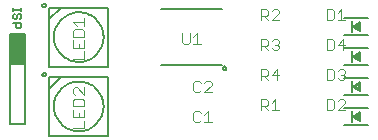
<source format=gto>
G75*
%MOIN*%
%OFA0B0*%
%FSLAX24Y24*%
%IPPOS*%
%LPD*%
%AMOC8*
5,1,8,0,0,1.08239X$1,22.5*
%
%ADD10C,0.0030*%
%ADD11C,0.0080*%
%ADD12R,0.0079X0.0394*%
%ADD13C,0.0060*%
%ADD14C,0.0050*%
D10*
X002995Y001298D02*
X003365Y001298D01*
X003365Y001545D01*
X003365Y001667D02*
X002995Y001667D01*
X002995Y001914D01*
X002995Y002035D02*
X002995Y002220D01*
X003056Y002282D01*
X003303Y002282D01*
X003365Y002220D01*
X003365Y002035D01*
X002995Y002035D01*
X003365Y001914D02*
X003365Y001667D01*
X003180Y001667D02*
X003180Y001790D01*
X003056Y002403D02*
X002995Y002465D01*
X002995Y002588D01*
X003056Y002650D01*
X003118Y002650D01*
X003365Y002403D01*
X003365Y002650D01*
X003365Y003608D02*
X002995Y003608D01*
X003365Y003608D02*
X003365Y003855D01*
X003365Y003977D02*
X002995Y003977D01*
X002995Y004224D01*
X002995Y004345D02*
X002995Y004530D01*
X003056Y004592D01*
X003303Y004592D01*
X003365Y004530D01*
X003365Y004345D01*
X002995Y004345D01*
X003365Y004224D02*
X003365Y003977D01*
X003180Y003977D02*
X003180Y004100D01*
X003118Y004713D02*
X002995Y004837D01*
X003365Y004837D01*
X003365Y004960D02*
X003365Y004713D01*
X006627Y004465D02*
X006627Y004157D01*
X006688Y004095D01*
X006812Y004095D01*
X006874Y004157D01*
X006874Y004465D01*
X006995Y004342D02*
X007118Y004465D01*
X007118Y004095D01*
X006995Y004095D02*
X007242Y004095D01*
X009245Y004018D02*
X009430Y004018D01*
X009492Y004080D01*
X009492Y004204D01*
X009430Y004265D01*
X009245Y004265D01*
X009245Y003895D01*
X009368Y004018D02*
X009492Y003895D01*
X009613Y003957D02*
X009675Y003895D01*
X009798Y003895D01*
X009860Y003957D01*
X009860Y004018D01*
X009798Y004080D01*
X009737Y004080D01*
X009798Y004080D02*
X009860Y004142D01*
X009860Y004204D01*
X009798Y004265D01*
X009675Y004265D01*
X009613Y004204D01*
X011445Y004265D02*
X011445Y003895D01*
X011630Y003895D01*
X011692Y003957D01*
X011692Y004204D01*
X011630Y004265D01*
X011445Y004265D01*
X011813Y004080D02*
X012060Y004080D01*
X011998Y004265D02*
X011813Y004080D01*
X011998Y003895D02*
X011998Y004265D01*
X011937Y004895D02*
X011937Y005265D01*
X011813Y005142D01*
X011692Y005204D02*
X011630Y005265D01*
X011445Y005265D01*
X011445Y004895D01*
X011630Y004895D01*
X011692Y004957D01*
X011692Y005204D01*
X011813Y004895D02*
X012060Y004895D01*
X009860Y004895D02*
X009613Y004895D01*
X009860Y005142D01*
X009860Y005204D01*
X009798Y005265D01*
X009675Y005265D01*
X009613Y005204D01*
X009492Y005204D02*
X009430Y005265D01*
X009245Y005265D01*
X009245Y004895D01*
X009368Y005018D02*
X009492Y004895D01*
X009430Y005018D02*
X009245Y005018D01*
X009430Y005018D02*
X009492Y005080D01*
X009492Y005204D01*
X009430Y003265D02*
X009245Y003265D01*
X009245Y002895D01*
X009368Y003018D02*
X009492Y002895D01*
X009430Y003018D02*
X009245Y003018D01*
X009430Y003018D02*
X009492Y003080D01*
X009492Y003204D01*
X009430Y003265D01*
X009613Y003080D02*
X009798Y003265D01*
X009798Y002895D01*
X009860Y003080D02*
X009613Y003080D01*
X011445Y002895D02*
X011630Y002895D01*
X011692Y002957D01*
X011692Y003204D01*
X011630Y003265D01*
X011445Y003265D01*
X011445Y002895D01*
X011813Y002957D02*
X011875Y002895D01*
X011998Y002895D01*
X012060Y002957D01*
X012060Y003018D01*
X011998Y003080D01*
X011937Y003080D01*
X011998Y003080D02*
X012060Y003142D01*
X012060Y003204D01*
X011998Y003265D01*
X011875Y003265D01*
X011813Y003204D01*
X011875Y002265D02*
X011813Y002204D01*
X011875Y002265D02*
X011998Y002265D01*
X012060Y002204D01*
X012060Y002142D01*
X011813Y001895D01*
X012060Y001895D01*
X011692Y001957D02*
X011692Y002204D01*
X011630Y002265D01*
X011445Y002265D01*
X011445Y001895D01*
X011630Y001895D01*
X011692Y001957D01*
X009860Y001895D02*
X009613Y001895D01*
X009492Y001895D02*
X009368Y002018D01*
X009430Y002018D02*
X009245Y002018D01*
X009430Y002018D02*
X009492Y002080D01*
X009492Y002204D01*
X009430Y002265D01*
X009245Y002265D01*
X009245Y001895D01*
X009737Y001895D02*
X009737Y002265D01*
X009613Y002142D01*
X007610Y002495D02*
X007363Y002495D01*
X007610Y002742D01*
X007610Y002804D01*
X007548Y002865D01*
X007425Y002865D01*
X007363Y002804D01*
X007242Y002804D02*
X007180Y002865D01*
X007057Y002865D01*
X006995Y002804D01*
X006995Y002557D01*
X007057Y002495D01*
X007180Y002495D01*
X007242Y002557D01*
X007180Y001865D02*
X007057Y001865D01*
X006995Y001804D01*
X006995Y001557D01*
X007057Y001495D01*
X007180Y001495D01*
X007242Y001557D01*
X007363Y001495D02*
X007610Y001495D01*
X007487Y001495D02*
X007487Y001865D01*
X007363Y001742D01*
X007242Y001804D02*
X007180Y001865D01*
D11*
X012036Y001956D02*
X012824Y001956D01*
X012568Y001837D02*
X012568Y001523D01*
X012332Y001680D01*
X012568Y001837D01*
X012509Y001759D02*
X012509Y001601D01*
X012391Y001680D01*
X012509Y001759D01*
X012509Y001701D02*
X012421Y001701D01*
X012478Y001622D02*
X012509Y001622D01*
X012824Y001404D02*
X012036Y001404D01*
X012036Y002404D02*
X012824Y002404D01*
X012568Y002523D02*
X012332Y002680D01*
X012568Y002837D01*
X012568Y002523D01*
X012509Y002601D02*
X012391Y002680D01*
X012509Y002759D01*
X012509Y002601D01*
X012509Y002643D02*
X012447Y002643D01*
X012452Y002721D02*
X012509Y002721D01*
X012824Y002956D02*
X012036Y002956D01*
X012036Y003404D02*
X012824Y003404D01*
X012568Y003523D02*
X012332Y003680D01*
X012568Y003837D01*
X012568Y003523D01*
X012509Y003601D02*
X012391Y003680D01*
X012509Y003759D01*
X012509Y003601D01*
X012509Y003663D02*
X012416Y003663D01*
X012483Y003742D02*
X012509Y003742D01*
X012824Y003956D02*
X012036Y003956D01*
X012036Y004404D02*
X012824Y004404D01*
X012568Y004523D02*
X012332Y004680D01*
X012568Y004837D01*
X012568Y004523D01*
X012509Y004601D02*
X012391Y004680D01*
X012509Y004759D01*
X012509Y004601D01*
X012509Y004605D02*
X012503Y004605D01*
X012509Y004684D02*
X012396Y004684D01*
X012036Y004956D02*
X012824Y004956D01*
D12*
X012292Y004680D03*
X012292Y003680D03*
X012292Y002680D03*
X012292Y001680D03*
D13*
X007940Y003400D02*
X005930Y003400D01*
X001260Y004672D02*
X001217Y004628D01*
X001130Y004628D01*
X001087Y004672D01*
X001087Y004802D01*
X001000Y004802D02*
X001260Y004802D01*
X001260Y004672D01*
X001217Y004923D02*
X001260Y004966D01*
X001260Y005053D01*
X001217Y005096D01*
X001173Y005096D01*
X001130Y005053D01*
X001130Y004966D01*
X001087Y004923D01*
X001043Y004923D01*
X001000Y004966D01*
X001000Y005053D01*
X001043Y005096D01*
X001000Y005206D02*
X001000Y005293D01*
X001000Y005249D02*
X001260Y005249D01*
X001260Y005206D02*
X001260Y005293D01*
X005930Y005260D02*
X007940Y005260D01*
D14*
X002196Y002611D02*
X002196Y001036D01*
X004164Y001036D01*
X004164Y003004D01*
X002589Y003004D01*
X002196Y002611D01*
X002196Y003004D01*
X002589Y003004D01*
X001969Y003078D02*
X001971Y003092D01*
X001977Y003106D01*
X001985Y003118D01*
X001997Y003126D01*
X002011Y003132D01*
X002025Y003134D01*
X002039Y003132D01*
X002053Y003126D01*
X002065Y003118D01*
X002073Y003106D01*
X002079Y003092D01*
X002081Y003078D01*
X002079Y003064D01*
X002073Y003050D01*
X002065Y003038D01*
X002053Y003030D01*
X002039Y003024D01*
X002025Y003022D01*
X002011Y003024D01*
X001997Y003030D01*
X001985Y003038D01*
X001977Y003050D01*
X001971Y003064D01*
X001969Y003078D01*
X002196Y003346D02*
X002196Y004921D01*
X002589Y005314D01*
X004164Y005314D01*
X004164Y003346D01*
X002196Y003346D01*
X001380Y003430D02*
X001380Y004430D01*
X000880Y004430D01*
X000880Y003430D01*
X001380Y003430D01*
X001380Y003445D02*
X000880Y003445D01*
X000880Y003493D02*
X001380Y003493D01*
X001380Y003542D02*
X000880Y003542D01*
X000880Y003590D02*
X001380Y003590D01*
X001380Y003639D02*
X000880Y003639D01*
X000880Y003687D02*
X001380Y003687D01*
X001380Y003736D02*
X000880Y003736D01*
X000880Y003784D02*
X001380Y003784D01*
X001380Y003833D02*
X000880Y003833D01*
X000880Y003881D02*
X001380Y003881D01*
X001380Y003930D02*
X000880Y003930D01*
X000880Y003978D02*
X001380Y003978D01*
X001380Y004027D02*
X000880Y004027D01*
X000880Y004075D02*
X001380Y004075D01*
X001380Y004124D02*
X000880Y004124D01*
X000880Y004172D02*
X001380Y004172D01*
X001380Y004221D02*
X000880Y004221D01*
X000880Y004269D02*
X001380Y004269D01*
X001380Y004318D02*
X000880Y004318D01*
X000880Y004366D02*
X001380Y004366D01*
X001380Y004415D02*
X000880Y004415D01*
X000880Y004430D02*
X000880Y001430D01*
X001380Y001430D01*
X001380Y004430D01*
X000880Y004430D01*
X002196Y004921D02*
X002196Y005314D01*
X002589Y005314D01*
X001969Y005388D02*
X001971Y005402D01*
X001977Y005416D01*
X001985Y005428D01*
X001997Y005436D01*
X002011Y005442D01*
X002025Y005444D01*
X002039Y005442D01*
X002053Y005436D01*
X002065Y005428D01*
X002073Y005416D01*
X002079Y005402D01*
X002081Y005388D01*
X002079Y005374D01*
X002073Y005360D01*
X002065Y005348D01*
X002053Y005340D01*
X002039Y005334D01*
X002025Y005332D01*
X002011Y005334D01*
X001997Y005340D01*
X001985Y005348D01*
X001977Y005360D01*
X001971Y005374D01*
X001969Y005388D01*
X002353Y004330D02*
X002355Y004387D01*
X002361Y004444D01*
X002371Y004500D01*
X002384Y004556D01*
X002402Y004610D01*
X002423Y004663D01*
X002448Y004714D01*
X002476Y004764D01*
X002508Y004811D01*
X002542Y004857D01*
X002580Y004899D01*
X002621Y004939D01*
X002664Y004977D01*
X002710Y005011D01*
X002758Y005041D01*
X002808Y005069D01*
X002860Y005093D01*
X002914Y005113D01*
X002968Y005129D01*
X003024Y005142D01*
X003080Y005151D01*
X003137Y005156D01*
X003194Y005157D01*
X003251Y005154D01*
X003308Y005147D01*
X003364Y005136D01*
X003419Y005122D01*
X003473Y005103D01*
X003526Y005081D01*
X003577Y005056D01*
X003626Y005026D01*
X003673Y004994D01*
X003718Y004958D01*
X003760Y004920D01*
X003799Y004878D01*
X003835Y004834D01*
X003869Y004788D01*
X003899Y004739D01*
X003925Y004689D01*
X003948Y004637D01*
X003967Y004583D01*
X003983Y004528D01*
X003995Y004472D01*
X004003Y004415D01*
X004007Y004359D01*
X004007Y004301D01*
X004003Y004245D01*
X003995Y004188D01*
X003983Y004132D01*
X003967Y004077D01*
X003948Y004023D01*
X003925Y003971D01*
X003899Y003921D01*
X003869Y003872D01*
X003835Y003826D01*
X003799Y003782D01*
X003760Y003740D01*
X003718Y003702D01*
X003673Y003666D01*
X003626Y003634D01*
X003577Y003604D01*
X003526Y003579D01*
X003473Y003557D01*
X003419Y003538D01*
X003364Y003524D01*
X003308Y003513D01*
X003251Y003506D01*
X003194Y003503D01*
X003137Y003504D01*
X003080Y003509D01*
X003024Y003518D01*
X002968Y003531D01*
X002914Y003547D01*
X002860Y003567D01*
X002808Y003591D01*
X002758Y003619D01*
X002710Y003649D01*
X002664Y003683D01*
X002621Y003721D01*
X002580Y003761D01*
X002542Y003803D01*
X002508Y003849D01*
X002476Y003896D01*
X002448Y003946D01*
X002423Y003997D01*
X002402Y004050D01*
X002384Y004104D01*
X002371Y004160D01*
X002361Y004216D01*
X002355Y004273D01*
X002353Y004330D01*
X007986Y003295D02*
X007988Y003310D01*
X007994Y003323D01*
X008003Y003335D01*
X008014Y003344D01*
X008028Y003350D01*
X008043Y003352D01*
X008058Y003350D01*
X008071Y003344D01*
X008083Y003335D01*
X008092Y003324D01*
X008098Y003310D01*
X008100Y003295D01*
X008098Y003280D01*
X008092Y003267D01*
X008083Y003255D01*
X008072Y003246D01*
X008058Y003240D01*
X008043Y003238D01*
X008028Y003240D01*
X008015Y003246D01*
X008003Y003255D01*
X007994Y003266D01*
X007988Y003280D01*
X007986Y003295D01*
X002353Y002020D02*
X002355Y002077D01*
X002361Y002134D01*
X002371Y002190D01*
X002384Y002246D01*
X002402Y002300D01*
X002423Y002353D01*
X002448Y002404D01*
X002476Y002454D01*
X002508Y002501D01*
X002542Y002547D01*
X002580Y002589D01*
X002621Y002629D01*
X002664Y002667D01*
X002710Y002701D01*
X002758Y002731D01*
X002808Y002759D01*
X002860Y002783D01*
X002914Y002803D01*
X002968Y002819D01*
X003024Y002832D01*
X003080Y002841D01*
X003137Y002846D01*
X003194Y002847D01*
X003251Y002844D01*
X003308Y002837D01*
X003364Y002826D01*
X003419Y002812D01*
X003473Y002793D01*
X003526Y002771D01*
X003577Y002746D01*
X003626Y002716D01*
X003673Y002684D01*
X003718Y002648D01*
X003760Y002610D01*
X003799Y002568D01*
X003835Y002524D01*
X003869Y002478D01*
X003899Y002429D01*
X003925Y002379D01*
X003948Y002327D01*
X003967Y002273D01*
X003983Y002218D01*
X003995Y002162D01*
X004003Y002105D01*
X004007Y002049D01*
X004007Y001991D01*
X004003Y001935D01*
X003995Y001878D01*
X003983Y001822D01*
X003967Y001767D01*
X003948Y001713D01*
X003925Y001661D01*
X003899Y001611D01*
X003869Y001562D01*
X003835Y001516D01*
X003799Y001472D01*
X003760Y001430D01*
X003718Y001392D01*
X003673Y001356D01*
X003626Y001324D01*
X003577Y001294D01*
X003526Y001269D01*
X003473Y001247D01*
X003419Y001228D01*
X003364Y001214D01*
X003308Y001203D01*
X003251Y001196D01*
X003194Y001193D01*
X003137Y001194D01*
X003080Y001199D01*
X003024Y001208D01*
X002968Y001221D01*
X002914Y001237D01*
X002860Y001257D01*
X002808Y001281D01*
X002758Y001309D01*
X002710Y001339D01*
X002664Y001373D01*
X002621Y001411D01*
X002580Y001451D01*
X002542Y001493D01*
X002508Y001539D01*
X002476Y001586D01*
X002448Y001636D01*
X002423Y001687D01*
X002402Y001740D01*
X002384Y001794D01*
X002371Y001850D01*
X002361Y001906D01*
X002355Y001963D01*
X002353Y002020D01*
M02*

</source>
